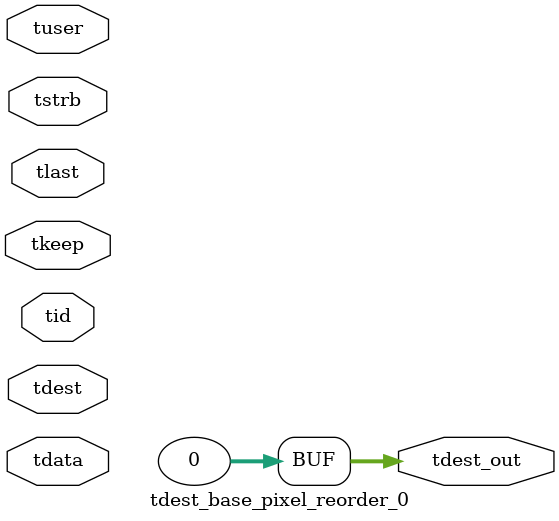
<source format=v>


`timescale 1ps/1ps

module tdest_base_pixel_reorder_0 #
(
parameter C_S_AXIS_TDATA_WIDTH = 32,
parameter C_S_AXIS_TUSER_WIDTH = 0,
parameter C_S_AXIS_TID_WIDTH   = 0,
parameter C_S_AXIS_TDEST_WIDTH = 0,
parameter C_M_AXIS_TDEST_WIDTH = 32
)
(
input  [(C_S_AXIS_TDATA_WIDTH == 0 ? 1 : C_S_AXIS_TDATA_WIDTH)-1:0     ] tdata,
input  [(C_S_AXIS_TUSER_WIDTH == 0 ? 1 : C_S_AXIS_TUSER_WIDTH)-1:0     ] tuser,
input  [(C_S_AXIS_TID_WIDTH   == 0 ? 1 : C_S_AXIS_TID_WIDTH)-1:0       ] tid,
input  [(C_S_AXIS_TDEST_WIDTH == 0 ? 1 : C_S_AXIS_TDEST_WIDTH)-1:0     ] tdest,
input  [(C_S_AXIS_TDATA_WIDTH/8)-1:0 ] tkeep,
input  [(C_S_AXIS_TDATA_WIDTH/8)-1:0 ] tstrb,
input                                                                    tlast,
output [C_M_AXIS_TDEST_WIDTH-1:0] tdest_out
);

assign tdest_out = {1'b0};

endmodule


</source>
